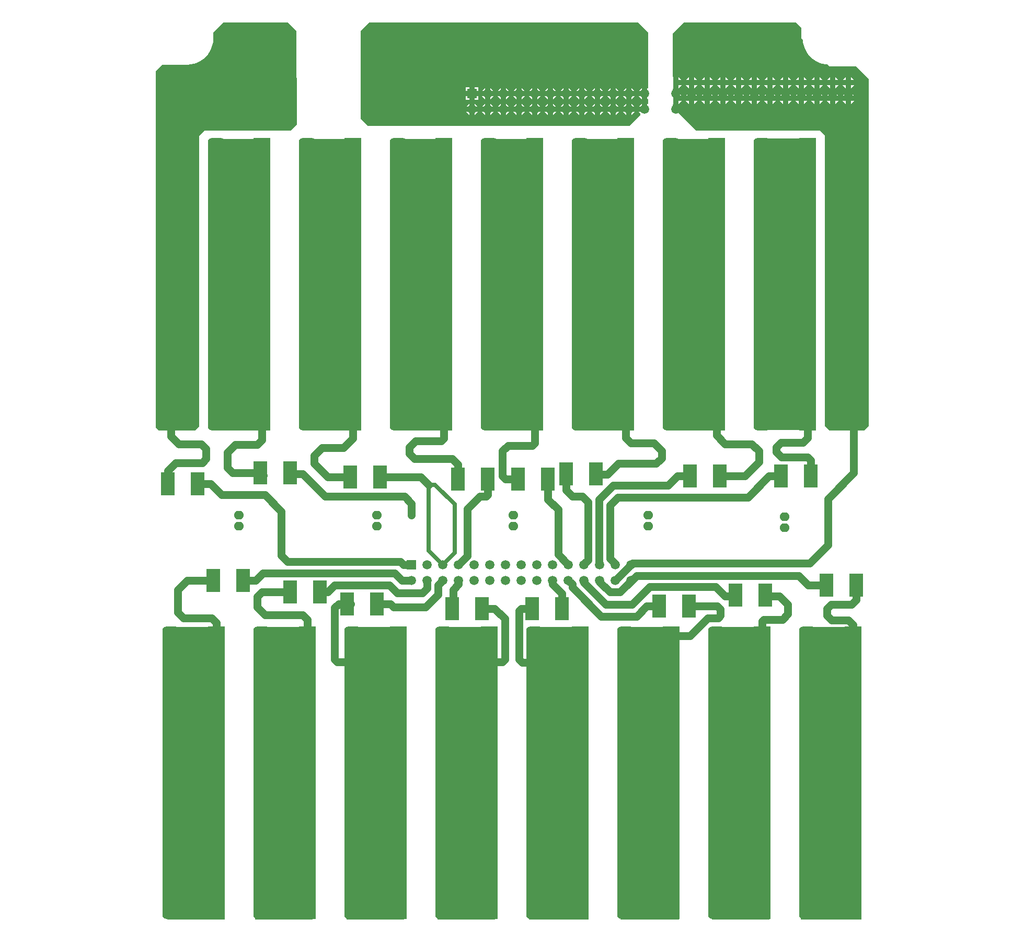
<source format=gtl>
%FSLAX25Y25*%
%MOIN*%
G70*
G01*
G75*
G04 Layer_Physical_Order=1*
G04 Layer_Color=255*
%ADD10R,0.09000X0.15000*%
%ADD11C,0.05000*%
%ADD12C,0.02500*%
%ADD13R,0.46000X0.47000*%
%ADD14R,0.35500X1.86000*%
%ADD15R,0.36000X1.86000*%
%ADD16R,0.37000X1.86000*%
%ADD17R,0.36500X1.86000*%
%ADD18R,0.39000X1.87000*%
%ADD19R,0.37000X1.87000*%
%ADD20R,0.37500X1.87000*%
%ADD21R,0.38000X1.87000*%
%ADD22R,0.15000X1.88000*%
%ADD23O,0.06300X0.05500*%
%ADD24C,0.40000*%
%ADD25R,0.05906X0.05906*%
%ADD26C,0.05906*%
%ADD27C,0.05906*%
%ADD28R,0.10780X1.86811*%
G04:AMPARAMS|DCode=29|XSize=1868.11mil|YSize=107.8mil|CornerRadius=26.95mil|HoleSize=0mil|Usage=FLASHONLY|Rotation=270.000|XOffset=0mil|YOffset=0mil|HoleType=Round|Shape=RoundedRectangle|*
%AMROUNDEDRECTD29*
21,1,1.86811,0.05390,0,0,270.0*
21,1,1.81421,0.10780,0,0,270.0*
1,1,0.05390,-0.02695,-0.90711*
1,1,0.05390,-0.02695,0.90711*
1,1,0.05390,0.02695,0.90711*
1,1,0.05390,0.02695,-0.90711*
%
%ADD29ROUNDEDRECTD29*%
%ADD30C,0.05000*%
G36*
X319000Y659000D02*
Y623629D01*
X318552Y623408D01*
X318493Y623453D01*
X318250Y623554D01*
Y620000D01*
Y616446D01*
X318493Y616547D01*
X318552Y616592D01*
X319000Y616371D01*
Y613629D01*
X318552Y613408D01*
X318493Y613453D01*
X318250Y613553D01*
Y610000D01*
X316500D01*
Y608250D01*
X312947D01*
X313047Y608007D01*
X313681Y607181D01*
X313946Y606978D01*
X313979Y606479D01*
X307000Y599500D01*
X140000D01*
X135500Y604000D01*
Y660000D01*
X141000Y665500D01*
X312500D01*
X319000Y659000D01*
D02*
G37*
G36*
X416500Y662000D02*
Y655479D01*
X417534Y654423D01*
X417637Y652846D01*
X418058Y650729D01*
X418752Y648684D01*
X419707Y646748D01*
X420907Y644953D01*
X422330Y643330D01*
X423953Y641907D01*
X425748Y640707D01*
X427684Y639752D01*
X429729Y639058D01*
X431846Y638637D01*
X433063Y638558D01*
X434098Y637500D01*
X451500D01*
X459500Y629500D01*
Y408000D01*
X456500Y405000D01*
X455443D01*
X455222Y405448D01*
X455422Y405710D01*
X455795Y406608D01*
X455922Y407573D01*
Y496533D01*
X443078D01*
Y407573D01*
X443205Y406608D01*
X443578Y405710D01*
X443778Y405448D01*
X443557Y405000D01*
X434500D01*
X431500Y408000D01*
Y593500D01*
X428500Y596500D01*
X349500D01*
X334500Y611500D01*
Y613100D01*
X334750Y613267D01*
Y617000D01*
Y620733D01*
X334500Y620900D01*
Y623100D01*
X334750Y623267D01*
Y627000D01*
Y630733D01*
X334500Y630900D01*
Y658500D01*
X341500Y665500D01*
X413000D01*
X416500Y662000D01*
D02*
G37*
G36*
X94500Y660000D02*
X95000Y600500D01*
X91000Y596500D01*
X36000D01*
X32500Y593000D01*
Y407500D01*
X30000Y405000D01*
X7000D01*
X5000Y407000D01*
Y634500D01*
X9000Y638500D01*
X24941D01*
X25000Y638496D01*
X27154Y638637D01*
X29272Y639058D01*
X31316Y639752D01*
X33252Y640707D01*
X35047Y641907D01*
X36670Y643330D01*
X38093Y644953D01*
X39293Y646748D01*
X40248Y648684D01*
X40942Y650729D01*
X41363Y652846D01*
X41504Y655000D01*
X41500Y655059D01*
Y659000D01*
X48000Y665500D01*
X89000D01*
X94500Y660000D01*
D02*
G37*
%LPC*%
G36*
X414750Y615250D02*
X412947D01*
X413047Y615007D01*
X413681Y614181D01*
X414507Y613547D01*
X414750Y613447D01*
Y615250D01*
D02*
G37*
G36*
X420053D02*
X418250D01*
Y613447D01*
X418493Y613547D01*
X419319Y614181D01*
X419953Y615007D01*
X420053Y615250D01*
D02*
G37*
G36*
X410053D02*
X408250D01*
Y613447D01*
X408493Y613547D01*
X409319Y614181D01*
X409953Y615007D01*
X410053Y615250D01*
D02*
G37*
G36*
X400054D02*
X398250D01*
Y613447D01*
X398493Y613547D01*
X399319Y614181D01*
X399953Y615007D01*
X400054Y615250D01*
D02*
G37*
G36*
X404750D02*
X402947D01*
X403047Y615007D01*
X403681Y614181D01*
X404507Y613547D01*
X404750Y613447D01*
Y615250D01*
D02*
G37*
G36*
X424750D02*
X422947D01*
X423047Y615007D01*
X423681Y614181D01*
X424507Y613547D01*
X424750Y613447D01*
Y615250D01*
D02*
G37*
G36*
X444750D02*
X442946D01*
X443047Y615007D01*
X443681Y614181D01*
X444507Y613547D01*
X444750Y613447D01*
Y615250D01*
D02*
G37*
G36*
X450054D02*
X448250D01*
Y613447D01*
X448493Y613547D01*
X449319Y614181D01*
X449953Y615007D01*
X450054Y615250D01*
D02*
G37*
G36*
X440054D02*
X438250D01*
Y613447D01*
X438493Y613547D01*
X439319Y614181D01*
X439953Y615007D01*
X440054Y615250D01*
D02*
G37*
G36*
X430054D02*
X428250D01*
Y613447D01*
X428493Y613547D01*
X429319Y614181D01*
X429953Y615007D01*
X430054Y615250D01*
D02*
G37*
G36*
X434750D02*
X432946D01*
X433047Y615007D01*
X433681Y614181D01*
X434507Y613547D01*
X434750Y613447D01*
Y615250D01*
D02*
G37*
G36*
X394750D02*
X392947D01*
X393047Y615007D01*
X393681Y614181D01*
X394507Y613547D01*
X394750Y613447D01*
Y615250D01*
D02*
G37*
G36*
X354750D02*
X352946D01*
X353047Y615007D01*
X353681Y614181D01*
X354507Y613547D01*
X354750Y613447D01*
Y615250D01*
D02*
G37*
G36*
X360053D02*
X358250D01*
Y613447D01*
X358493Y613547D01*
X359319Y614181D01*
X359953Y615007D01*
X360053Y615250D01*
D02*
G37*
G36*
X350054D02*
X348250D01*
Y613447D01*
X348493Y613547D01*
X349319Y614181D01*
X349953Y615007D01*
X350054Y615250D01*
D02*
G37*
G36*
X340054D02*
X338250D01*
Y613447D01*
X338493Y613547D01*
X339319Y614181D01*
X339953Y615007D01*
X340054Y615250D01*
D02*
G37*
G36*
X344750D02*
X342947D01*
X343047Y615007D01*
X343681Y614181D01*
X344507Y613547D01*
X344750Y613447D01*
Y615250D01*
D02*
G37*
G36*
X364750D02*
X362947D01*
X363047Y615007D01*
X363681Y614181D01*
X364507Y613547D01*
X364750Y613447D01*
Y615250D01*
D02*
G37*
G36*
X384750D02*
X382946D01*
X383047Y615007D01*
X383681Y614181D01*
X384507Y613547D01*
X384750Y613447D01*
Y615250D01*
D02*
G37*
G36*
X390054D02*
X388250D01*
Y613447D01*
X388493Y613547D01*
X389319Y614181D01*
X389953Y615007D01*
X390054Y615250D01*
D02*
G37*
G36*
X380053D02*
X378250D01*
Y613447D01*
X378493Y613547D01*
X379319Y614181D01*
X379953Y615007D01*
X380053Y615250D01*
D02*
G37*
G36*
X370054D02*
X368250D01*
Y613447D01*
X368493Y613547D01*
X369319Y614181D01*
X369953Y615007D01*
X370054Y615250D01*
D02*
G37*
G36*
X374750D02*
X372947D01*
X373047Y615007D01*
X373681Y614181D01*
X374507Y613547D01*
X374750Y613447D01*
Y615250D01*
D02*
G37*
G36*
X270054Y618250D02*
X268250D01*
Y616446D01*
X268493Y616547D01*
X269319Y617181D01*
X269953Y618007D01*
X270054Y618250D01*
D02*
G37*
G36*
X274750D02*
X272947D01*
X273047Y618007D01*
X273681Y617181D01*
X274507Y616547D01*
X274750Y616446D01*
Y618250D01*
D02*
G37*
G36*
X280053D02*
X278250D01*
Y616446D01*
X278493Y616547D01*
X279319Y617181D01*
X279953Y618007D01*
X280053Y618250D01*
D02*
G37*
G36*
X254750D02*
X252946D01*
X253047Y618007D01*
X253681Y617181D01*
X254507Y616547D01*
X254750Y616446D01*
Y618250D01*
D02*
G37*
G36*
X260053D02*
X258250D01*
Y616446D01*
X258493Y616547D01*
X259319Y617181D01*
X259953Y618007D01*
X260053Y618250D01*
D02*
G37*
G36*
X264750D02*
X262947D01*
X263047Y618007D01*
X263681Y617181D01*
X264507Y616547D01*
X264750Y616446D01*
Y618250D01*
D02*
G37*
G36*
X300054D02*
X298250D01*
Y616446D01*
X298493Y616547D01*
X299319Y617181D01*
X299953Y618007D01*
X300054Y618250D01*
D02*
G37*
G36*
X304750D02*
X302946D01*
X303047Y618007D01*
X303681Y617181D01*
X304507Y616547D01*
X304750Y616446D01*
Y618250D01*
D02*
G37*
G36*
X310053D02*
X308250D01*
Y616446D01*
X308493Y616547D01*
X309319Y617181D01*
X309953Y618007D01*
X310053Y618250D01*
D02*
G37*
G36*
X284750D02*
X282946D01*
X283047Y618007D01*
X283681Y617181D01*
X284507Y616547D01*
X284750Y616446D01*
Y618250D01*
D02*
G37*
G36*
X290054D02*
X288250D01*
Y616446D01*
X288493Y616547D01*
X289319Y617181D01*
X289953Y618007D01*
X290054Y618250D01*
D02*
G37*
G36*
X294750D02*
X292947D01*
X293047Y618007D01*
X293681Y617181D01*
X294507Y616547D01*
X294750Y616446D01*
Y618250D01*
D02*
G37*
G36*
X210453D02*
X208250D01*
Y616047D01*
X210453D01*
Y618250D01*
D02*
G37*
G36*
X214750D02*
X212947D01*
X213047Y618007D01*
X213681Y617181D01*
X214507Y616547D01*
X214750Y616446D01*
Y618250D01*
D02*
G37*
G36*
X220054D02*
X218250D01*
Y616446D01*
X218493Y616547D01*
X219319Y617181D01*
X219953Y618007D01*
X220054Y618250D01*
D02*
G37*
G36*
X168250Y634750D02*
X149070D01*
X149135Y633753D01*
X149672Y631053D01*
X150557Y628446D01*
X151774Y625978D01*
X153304Y623689D01*
X155119Y621619D01*
X157189Y619804D01*
X159477Y618274D01*
X161946Y617057D01*
X164553Y616172D01*
X167253Y615635D01*
X168250Y615570D01*
Y634750D01*
D02*
G37*
G36*
X190930D02*
X171750D01*
Y615570D01*
X172747Y615635D01*
X175447Y616172D01*
X178054Y617057D01*
X180523Y618274D01*
X182811Y619804D01*
X184881Y621619D01*
X186696Y623689D01*
X188226Y625978D01*
X189443Y628446D01*
X190328Y631053D01*
X190865Y633753D01*
X190930Y634750D01*
D02*
G37*
G36*
X204750Y618250D02*
X202547D01*
Y616047D01*
X204750D01*
Y618250D01*
D02*
G37*
G36*
X240054D02*
X238250D01*
Y616446D01*
X238493Y616547D01*
X239319Y617181D01*
X239953Y618007D01*
X240054Y618250D01*
D02*
G37*
G36*
X244750D02*
X242947D01*
X243047Y618007D01*
X243681Y617181D01*
X244507Y616547D01*
X244750Y616446D01*
Y618250D01*
D02*
G37*
G36*
X250054D02*
X248250D01*
Y616446D01*
X248493Y616547D01*
X249319Y617181D01*
X249953Y618007D01*
X250054Y618250D01*
D02*
G37*
G36*
X224750D02*
X222947D01*
X223047Y618007D01*
X223681Y617181D01*
X224507Y616547D01*
X224750Y616446D01*
Y618250D01*
D02*
G37*
G36*
X230053D02*
X228250D01*
Y616446D01*
X228493Y616547D01*
X229319Y617181D01*
X229953Y618007D01*
X230053Y618250D01*
D02*
G37*
G36*
X234750D02*
X232946D01*
X233047Y618007D01*
X233681Y617181D01*
X234507Y616547D01*
X234750Y616446D01*
Y618250D01*
D02*
G37*
G36*
X270054Y608250D02*
X268250D01*
Y606447D01*
X268493Y606547D01*
X269319Y607181D01*
X269953Y608007D01*
X270054Y608250D01*
D02*
G37*
G36*
X274750D02*
X272947D01*
X273047Y608007D01*
X273681Y607181D01*
X274507Y606547D01*
X274750Y606447D01*
Y608250D01*
D02*
G37*
G36*
X264750D02*
X262947D01*
X263047Y608007D01*
X263681Y607181D01*
X264507Y606547D01*
X264750Y606447D01*
Y608250D01*
D02*
G37*
G36*
X254750D02*
X252946D01*
X253047Y608007D01*
X253681Y607181D01*
X254507Y606547D01*
X254750Y606447D01*
Y608250D01*
D02*
G37*
G36*
X260053D02*
X258250D01*
Y606447D01*
X258493Y606547D01*
X259319Y607181D01*
X259953Y608007D01*
X260053Y608250D01*
D02*
G37*
G36*
X280053D02*
X278250D01*
Y606447D01*
X278493Y606547D01*
X279319Y607181D01*
X279953Y608007D01*
X280053Y608250D01*
D02*
G37*
G36*
X300054D02*
X298250D01*
Y606447D01*
X298493Y606547D01*
X299319Y607181D01*
X299953Y608007D01*
X300054Y608250D01*
D02*
G37*
G36*
X304750D02*
X302946D01*
X303047Y608007D01*
X303681Y607181D01*
X304507Y606547D01*
X304750Y606447D01*
Y608250D01*
D02*
G37*
G36*
X294750D02*
X292947D01*
X293047Y608007D01*
X293681Y607181D01*
X294507Y606547D01*
X294750Y606447D01*
Y608250D01*
D02*
G37*
G36*
X284750D02*
X282946D01*
X283047Y608007D01*
X283681Y607181D01*
X284507Y606547D01*
X284750Y606447D01*
Y608250D01*
D02*
G37*
G36*
X290054D02*
X288250D01*
Y606447D01*
X288493Y606547D01*
X289319Y607181D01*
X289953Y608007D01*
X290054Y608250D01*
D02*
G37*
G36*
X250054D02*
X248250D01*
Y606447D01*
X248493Y606547D01*
X249319Y607181D01*
X249953Y608007D01*
X250054Y608250D01*
D02*
G37*
G36*
X210053D02*
X208250D01*
Y606447D01*
X208493Y606547D01*
X209319Y607181D01*
X209953Y608007D01*
X210053Y608250D01*
D02*
G37*
G36*
X214750D02*
X212947D01*
X213047Y608007D01*
X213681Y607181D01*
X214507Y606547D01*
X214750Y606447D01*
Y608250D01*
D02*
G37*
G36*
X204750D02*
X202946D01*
X203047Y608007D01*
X203681Y607181D01*
X204507Y606547D01*
X204750Y606447D01*
Y608250D01*
D02*
G37*
G36*
X447750Y592721D02*
X446805D01*
X445841Y592594D01*
X444942Y592222D01*
X444170Y591629D01*
X443578Y590858D01*
X443205Y589959D01*
X443078Y588994D01*
Y500034D01*
X447750D01*
Y592721D01*
D02*
G37*
G36*
X452195D02*
X451250D01*
Y500034D01*
X455922D01*
Y588994D01*
X455795Y589959D01*
X455422Y590858D01*
X454830Y591629D01*
X454058Y592222D01*
X453159Y592594D01*
X452195Y592721D01*
D02*
G37*
G36*
X220054Y608250D02*
X218250D01*
Y606447D01*
X218493Y606547D01*
X219319Y607181D01*
X219953Y608007D01*
X220054Y608250D01*
D02*
G37*
G36*
X240054D02*
X238250D01*
Y606447D01*
X238493Y606547D01*
X239319Y607181D01*
X239953Y608007D01*
X240054Y608250D01*
D02*
G37*
G36*
X244750D02*
X242947D01*
X243047Y608007D01*
X243681Y607181D01*
X244507Y606547D01*
X244750Y606447D01*
Y608250D01*
D02*
G37*
G36*
X234750D02*
X232946D01*
X233047Y608007D01*
X233681Y607181D01*
X234507Y606547D01*
X234750Y606447D01*
Y608250D01*
D02*
G37*
G36*
X224750D02*
X222947D01*
X223047Y608007D01*
X223681Y607181D01*
X224507Y606547D01*
X224750Y606447D01*
Y608250D01*
D02*
G37*
G36*
X230053D02*
X228250D01*
Y606447D01*
X228493Y606547D01*
X229319Y607181D01*
X229953Y608007D01*
X230053Y608250D01*
D02*
G37*
G36*
X310053D02*
X308250D01*
Y606447D01*
X308493Y606547D01*
X309319Y607181D01*
X309953Y608007D01*
X310053Y608250D01*
D02*
G37*
G36*
X278250Y613553D02*
Y611750D01*
X280053D01*
X279953Y611993D01*
X279319Y612819D01*
X278493Y613453D01*
X278250Y613553D01*
D02*
G37*
G36*
X284750D02*
X284507Y613453D01*
X283681Y612819D01*
X283047Y611993D01*
X282946Y611750D01*
X284750D01*
Y613553D01*
D02*
G37*
G36*
X274750D02*
X274507Y613453D01*
X273681Y612819D01*
X273047Y611993D01*
X272947Y611750D01*
X274750D01*
Y613553D01*
D02*
G37*
G36*
X264750D02*
X264507Y613453D01*
X263681Y612819D01*
X263047Y611993D01*
X262947Y611750D01*
X264750D01*
Y613553D01*
D02*
G37*
G36*
X268250D02*
Y611750D01*
X270054D01*
X269953Y611993D01*
X269319Y612819D01*
X268493Y613453D01*
X268250Y613553D01*
D02*
G37*
G36*
X288250D02*
Y611750D01*
X290054D01*
X289953Y611993D01*
X289319Y612819D01*
X288493Y613453D01*
X288250Y613553D01*
D02*
G37*
G36*
X308250D02*
Y611750D01*
X310053D01*
X309953Y611993D01*
X309319Y612819D01*
X308493Y613453D01*
X308250Y613553D01*
D02*
G37*
G36*
X314750D02*
X314507Y613453D01*
X313681Y612819D01*
X313047Y611993D01*
X312947Y611750D01*
X314750D01*
Y613553D01*
D02*
G37*
G36*
X304750D02*
X304507Y613453D01*
X303681Y612819D01*
X303047Y611993D01*
X302946Y611750D01*
X304750D01*
Y613553D01*
D02*
G37*
G36*
X294750D02*
X294507Y613453D01*
X293681Y612819D01*
X293047Y611993D01*
X292947Y611750D01*
X294750D01*
Y613553D01*
D02*
G37*
G36*
X298250D02*
Y611750D01*
X300054D01*
X299953Y611993D01*
X299319Y612819D01*
X298493Y613453D01*
X298250Y613553D01*
D02*
G37*
G36*
X258250D02*
Y611750D01*
X260053D01*
X259953Y611993D01*
X259319Y612819D01*
X258493Y613453D01*
X258250Y613553D01*
D02*
G37*
G36*
X218250D02*
Y611750D01*
X220054D01*
X219953Y611993D01*
X219319Y612819D01*
X218493Y613453D01*
X218250Y613553D01*
D02*
G37*
G36*
X224750D02*
X224507Y613453D01*
X223681Y612819D01*
X223047Y611993D01*
X222947Y611750D01*
X224750D01*
Y613553D01*
D02*
G37*
G36*
X214750D02*
X214507Y613453D01*
X213681Y612819D01*
X213047Y611993D01*
X212947Y611750D01*
X214750D01*
Y613553D01*
D02*
G37*
G36*
X204750D02*
X204507Y613453D01*
X203681Y612819D01*
X203047Y611993D01*
X202946Y611750D01*
X204750D01*
Y613553D01*
D02*
G37*
G36*
X208250D02*
Y611750D01*
X210053D01*
X209953Y611993D01*
X209319Y612819D01*
X208493Y613453D01*
X208250Y613553D01*
D02*
G37*
G36*
X228250D02*
Y611750D01*
X230053D01*
X229953Y611993D01*
X229319Y612819D01*
X228493Y613453D01*
X228250Y613553D01*
D02*
G37*
G36*
X248250D02*
Y611750D01*
X250054D01*
X249953Y611993D01*
X249319Y612819D01*
X248493Y613453D01*
X248250Y613553D01*
D02*
G37*
G36*
X254750D02*
X254507Y613453D01*
X253681Y612819D01*
X253047Y611993D01*
X252946Y611750D01*
X254750D01*
Y613553D01*
D02*
G37*
G36*
X244750D02*
X244507Y613453D01*
X243681Y612819D01*
X243047Y611993D01*
X242947Y611750D01*
X244750D01*
Y613553D01*
D02*
G37*
G36*
X234750D02*
X234507Y613453D01*
X233681Y612819D01*
X233047Y611993D01*
X232946Y611750D01*
X234750D01*
Y613553D01*
D02*
G37*
G36*
X238250D02*
Y611750D01*
X240054D01*
X239953Y611993D01*
X239319Y612819D01*
X238493Y613453D01*
X238250Y613553D01*
D02*
G37*
G36*
X420053Y625250D02*
X418250D01*
Y623447D01*
X418493Y623547D01*
X419319Y624181D01*
X419953Y625007D01*
X420053Y625250D01*
D02*
G37*
G36*
X424750D02*
X422947D01*
X423047Y625007D01*
X423681Y624181D01*
X424507Y623547D01*
X424750Y623447D01*
Y625250D01*
D02*
G37*
G36*
X414750D02*
X412947D01*
X413047Y625007D01*
X413681Y624181D01*
X414507Y623547D01*
X414750Y623447D01*
Y625250D01*
D02*
G37*
G36*
X404750D02*
X402947D01*
X403047Y625007D01*
X403681Y624181D01*
X404507Y623547D01*
X404750Y623447D01*
Y625250D01*
D02*
G37*
G36*
X410053D02*
X408250D01*
Y623447D01*
X408493Y623547D01*
X409319Y624181D01*
X409953Y625007D01*
X410053Y625250D01*
D02*
G37*
G36*
X430054D02*
X428250D01*
Y623447D01*
X428493Y623547D01*
X429319Y624181D01*
X429953Y625007D01*
X430054Y625250D01*
D02*
G37*
G36*
X450054D02*
X448250D01*
Y623447D01*
X448493Y623547D01*
X449319Y624181D01*
X449953Y625007D01*
X450054Y625250D01*
D02*
G37*
G36*
X338250Y630553D02*
Y628750D01*
X340054D01*
X339953Y628993D01*
X339319Y629819D01*
X338493Y630453D01*
X338250Y630553D01*
D02*
G37*
G36*
X444750Y625250D02*
X442946D01*
X443047Y625007D01*
X443681Y624181D01*
X444507Y623547D01*
X444750Y623447D01*
Y625250D01*
D02*
G37*
G36*
X434750D02*
X432946D01*
X433047Y625007D01*
X433681Y624181D01*
X434507Y623547D01*
X434750Y623447D01*
Y625250D01*
D02*
G37*
G36*
X440054D02*
X438250D01*
Y623447D01*
X438493Y623547D01*
X439319Y624181D01*
X439953Y625007D01*
X440054Y625250D01*
D02*
G37*
G36*
X400054D02*
X398250D01*
Y623447D01*
X398493Y623547D01*
X399319Y624181D01*
X399953Y625007D01*
X400054Y625250D01*
D02*
G37*
G36*
X360053D02*
X358250D01*
Y623447D01*
X358493Y623547D01*
X359319Y624181D01*
X359953Y625007D01*
X360053Y625250D01*
D02*
G37*
G36*
X364750D02*
X362947D01*
X363047Y625007D01*
X363681Y624181D01*
X364507Y623547D01*
X364750Y623447D01*
Y625250D01*
D02*
G37*
G36*
X354750D02*
X352946D01*
X353047Y625007D01*
X353681Y624181D01*
X354507Y623547D01*
X354750Y623447D01*
Y625250D01*
D02*
G37*
G36*
X344750D02*
X342947D01*
X343047Y625007D01*
X343681Y624181D01*
X344507Y623547D01*
X344750Y623447D01*
Y625250D01*
D02*
G37*
G36*
X350054D02*
X348250D01*
Y623447D01*
X348493Y623547D01*
X349319Y624181D01*
X349953Y625007D01*
X350054Y625250D01*
D02*
G37*
G36*
X370054D02*
X368250D01*
Y623447D01*
X368493Y623547D01*
X369319Y624181D01*
X369953Y625007D01*
X370054Y625250D01*
D02*
G37*
G36*
X390054D02*
X388250D01*
Y623447D01*
X388493Y623547D01*
X389319Y624181D01*
X389953Y625007D01*
X390054Y625250D01*
D02*
G37*
G36*
X394750D02*
X392947D01*
X393047Y625007D01*
X393681Y624181D01*
X394507Y623547D01*
X394750Y623447D01*
Y625250D01*
D02*
G37*
G36*
X384750D02*
X382946D01*
X383047Y625007D01*
X383681Y624181D01*
X384507Y623547D01*
X384750Y623447D01*
Y625250D01*
D02*
G37*
G36*
X374750D02*
X372947D01*
X373047Y625007D01*
X373681Y624181D01*
X374507Y623547D01*
X374750Y623447D01*
Y625250D01*
D02*
G37*
G36*
X380053D02*
X378250D01*
Y623447D01*
X378493Y623547D01*
X379319Y624181D01*
X379953Y625007D01*
X380053Y625250D01*
D02*
G37*
G36*
X344750Y630553D02*
X344507Y630453D01*
X343681Y629819D01*
X343047Y628993D01*
X342947Y628750D01*
X344750D01*
Y630553D01*
D02*
G37*
G36*
X424750D02*
X424507Y630453D01*
X423681Y629819D01*
X423047Y628993D01*
X422947Y628750D01*
X424750D01*
Y630553D01*
D02*
G37*
G36*
X428250D02*
Y628750D01*
X430054D01*
X429953Y628993D01*
X429319Y629819D01*
X428493Y630453D01*
X428250Y630553D01*
D02*
G37*
G36*
X418250D02*
Y628750D01*
X420053D01*
X419953Y628993D01*
X419319Y629819D01*
X418493Y630453D01*
X418250Y630553D01*
D02*
G37*
G36*
X408250D02*
Y628750D01*
X410053D01*
X409953Y628993D01*
X409319Y629819D01*
X408493Y630453D01*
X408250Y630553D01*
D02*
G37*
G36*
X414750D02*
X414507Y630453D01*
X413681Y629819D01*
X413047Y628993D01*
X412947Y628750D01*
X414750D01*
Y630553D01*
D02*
G37*
G36*
X434750D02*
X434507Y630453D01*
X433681Y629819D01*
X433047Y628993D01*
X432946Y628750D01*
X434750D01*
Y630553D01*
D02*
G37*
G36*
X168250Y657430D02*
X167253Y657365D01*
X164553Y656828D01*
X161946Y655943D01*
X159477Y654726D01*
X157189Y653196D01*
X155119Y651381D01*
X153304Y649311D01*
X151774Y647022D01*
X150557Y644554D01*
X149672Y641947D01*
X149135Y639247D01*
X149070Y638250D01*
X168250D01*
Y657430D01*
D02*
G37*
G36*
X171750D02*
Y638250D01*
X190930D01*
X190865Y639247D01*
X190328Y641947D01*
X189443Y644554D01*
X188226Y647022D01*
X186696Y649311D01*
X184881Y651381D01*
X182811Y653196D01*
X180523Y654726D01*
X178054Y655943D01*
X175447Y656828D01*
X172747Y657365D01*
X171750Y657430D01*
D02*
G37*
G36*
X448250Y630553D02*
Y628750D01*
X450054D01*
X449953Y628993D01*
X449319Y629819D01*
X448493Y630453D01*
X448250Y630553D01*
D02*
G37*
G36*
X438250D02*
Y628750D01*
X440054D01*
X439953Y628993D01*
X439319Y629819D01*
X438493Y630453D01*
X438250Y630553D01*
D02*
G37*
G36*
X444750D02*
X444507Y630453D01*
X443681Y629819D01*
X443047Y628993D01*
X442946Y628750D01*
X444750D01*
Y630553D01*
D02*
G37*
G36*
X404750D02*
X404507Y630453D01*
X403681Y629819D01*
X403047Y628993D01*
X402947Y628750D01*
X404750D01*
Y630553D01*
D02*
G37*
G36*
X364750D02*
X364507Y630453D01*
X363681Y629819D01*
X363047Y628993D01*
X362947Y628750D01*
X364750D01*
Y630553D01*
D02*
G37*
G36*
X368250D02*
Y628750D01*
X370054D01*
X369953Y628993D01*
X369319Y629819D01*
X368493Y630453D01*
X368250Y630553D01*
D02*
G37*
G36*
X358250D02*
Y628750D01*
X360053D01*
X359953Y628993D01*
X359319Y629819D01*
X358493Y630453D01*
X358250Y630553D01*
D02*
G37*
G36*
X348250D02*
Y628750D01*
X350054D01*
X349953Y628993D01*
X349319Y629819D01*
X348493Y630453D01*
X348250Y630553D01*
D02*
G37*
G36*
X354750D02*
X354507Y630453D01*
X353681Y629819D01*
X353047Y628993D01*
X352946Y628750D01*
X354750D01*
Y630553D01*
D02*
G37*
G36*
X374750D02*
X374507Y630453D01*
X373681Y629819D01*
X373047Y628993D01*
X372947Y628750D01*
X374750D01*
Y630553D01*
D02*
G37*
G36*
X394750D02*
X394507Y630453D01*
X393681Y629819D01*
X393047Y628993D01*
X392947Y628750D01*
X394750D01*
Y630553D01*
D02*
G37*
G36*
X398250D02*
Y628750D01*
X400054D01*
X399953Y628993D01*
X399319Y629819D01*
X398493Y630453D01*
X398250Y630553D01*
D02*
G37*
G36*
X388250D02*
Y628750D01*
X390054D01*
X389953Y628993D01*
X389319Y629819D01*
X388493Y630453D01*
X388250Y630553D01*
D02*
G37*
G36*
X378250D02*
Y628750D01*
X380053D01*
X379953Y628993D01*
X379319Y629819D01*
X378493Y630453D01*
X378250Y630553D01*
D02*
G37*
G36*
X384750D02*
X384507Y630453D01*
X383681Y629819D01*
X383047Y628993D01*
X382946Y628750D01*
X384750D01*
Y630553D01*
D02*
G37*
G36*
X340054Y625250D02*
X338250D01*
Y623447D01*
X338493Y623547D01*
X339319Y624181D01*
X339953Y625007D01*
X340054Y625250D01*
D02*
G37*
G36*
X408250Y620553D02*
Y618750D01*
X410053D01*
X409953Y618993D01*
X409319Y619819D01*
X408493Y620453D01*
X408250Y620553D01*
D02*
G37*
G36*
X414750D02*
X414507Y620453D01*
X413681Y619819D01*
X413047Y618993D01*
X412947Y618750D01*
X414750D01*
Y620553D01*
D02*
G37*
G36*
X404750D02*
X404507Y620453D01*
X403681Y619819D01*
X403047Y618993D01*
X402947Y618750D01*
X404750D01*
Y620553D01*
D02*
G37*
G36*
X394750D02*
X394507Y620453D01*
X393681Y619819D01*
X393047Y618993D01*
X392947Y618750D01*
X394750D01*
Y620553D01*
D02*
G37*
G36*
X398250D02*
Y618750D01*
X400054D01*
X399953Y618993D01*
X399319Y619819D01*
X398493Y620453D01*
X398250Y620553D01*
D02*
G37*
G36*
X418250D02*
Y618750D01*
X420053D01*
X419953Y618993D01*
X419319Y619819D01*
X418493Y620453D01*
X418250Y620553D01*
D02*
G37*
G36*
X438250D02*
Y618750D01*
X440054D01*
X439953Y618993D01*
X439319Y619819D01*
X438493Y620453D01*
X438250Y620553D01*
D02*
G37*
G36*
X444750D02*
X444507Y620453D01*
X443681Y619819D01*
X443047Y618993D01*
X442946Y618750D01*
X444750D01*
Y620553D01*
D02*
G37*
G36*
X434750D02*
X434507Y620453D01*
X433681Y619819D01*
X433047Y618993D01*
X432946Y618750D01*
X434750D01*
Y620553D01*
D02*
G37*
G36*
X424750D02*
X424507Y620453D01*
X423681Y619819D01*
X423047Y618993D01*
X422947Y618750D01*
X424750D01*
Y620553D01*
D02*
G37*
G36*
X428250D02*
Y618750D01*
X430054D01*
X429953Y618993D01*
X429319Y619819D01*
X428493Y620453D01*
X428250Y620553D01*
D02*
G37*
G36*
X388250D02*
Y618750D01*
X390054D01*
X389953Y618993D01*
X389319Y619819D01*
X388493Y620453D01*
X388250Y620553D01*
D02*
G37*
G36*
X348250D02*
Y618750D01*
X350054D01*
X349953Y618993D01*
X349319Y619819D01*
X348493Y620453D01*
X348250Y620553D01*
D02*
G37*
G36*
X354750D02*
X354507Y620453D01*
X353681Y619819D01*
X353047Y618993D01*
X352946Y618750D01*
X354750D01*
Y620553D01*
D02*
G37*
G36*
X344750D02*
X344507Y620453D01*
X343681Y619819D01*
X343047Y618993D01*
X342947Y618750D01*
X344750D01*
Y620553D01*
D02*
G37*
G36*
X314750Y618250D02*
X312947D01*
X313047Y618007D01*
X313681Y617181D01*
X314507Y616547D01*
X314750Y616446D01*
Y618250D01*
D02*
G37*
G36*
X338250Y620553D02*
Y618750D01*
X340054D01*
X339953Y618993D01*
X339319Y619819D01*
X338493Y620453D01*
X338250Y620553D01*
D02*
G37*
G36*
X358250D02*
Y618750D01*
X360053D01*
X359953Y618993D01*
X359319Y619819D01*
X358493Y620453D01*
X358250Y620553D01*
D02*
G37*
G36*
X378250D02*
Y618750D01*
X380053D01*
X379953Y618993D01*
X379319Y619819D01*
X378493Y620453D01*
X378250Y620553D01*
D02*
G37*
G36*
X384750D02*
X384507Y620453D01*
X383681Y619819D01*
X383047Y618993D01*
X382946Y618750D01*
X384750D01*
Y620553D01*
D02*
G37*
G36*
X374750D02*
X374507Y620453D01*
X373681Y619819D01*
X373047Y618993D01*
X372947Y618750D01*
X374750D01*
Y620553D01*
D02*
G37*
G36*
X364750D02*
X364507Y620453D01*
X363681Y619819D01*
X363047Y618993D01*
X362947Y618750D01*
X364750D01*
Y620553D01*
D02*
G37*
G36*
X368250D02*
Y618750D01*
X370054D01*
X369953Y618993D01*
X369319Y619819D01*
X368493Y620453D01*
X368250Y620553D01*
D02*
G37*
G36*
X448250D02*
Y618750D01*
X450054D01*
X449953Y618993D01*
X449319Y619819D01*
X448493Y620453D01*
X448250Y620553D01*
D02*
G37*
G36*
X278250Y623554D02*
Y621750D01*
X280053D01*
X279953Y621993D01*
X279319Y622819D01*
X278493Y623453D01*
X278250Y623554D01*
D02*
G37*
G36*
X284750D02*
X284507Y623453D01*
X283681Y622819D01*
X283047Y621993D01*
X282946Y621750D01*
X284750D01*
Y623554D01*
D02*
G37*
G36*
X274750D02*
X274507Y623453D01*
X273681Y622819D01*
X273047Y621993D01*
X272947Y621750D01*
X274750D01*
Y623554D01*
D02*
G37*
G36*
X264750D02*
X264507Y623453D01*
X263681Y622819D01*
X263047Y621993D01*
X262947Y621750D01*
X264750D01*
Y623554D01*
D02*
G37*
G36*
X268250D02*
Y621750D01*
X270054D01*
X269953Y621993D01*
X269319Y622819D01*
X268493Y623453D01*
X268250Y623554D01*
D02*
G37*
G36*
X288250D02*
Y621750D01*
X290054D01*
X289953Y621993D01*
X289319Y622819D01*
X288493Y623453D01*
X288250Y623554D01*
D02*
G37*
G36*
X308250D02*
Y621750D01*
X310053D01*
X309953Y621993D01*
X309319Y622819D01*
X308493Y623453D01*
X308250Y623554D01*
D02*
G37*
G36*
X314750D02*
X314507Y623453D01*
X313681Y622819D01*
X313047Y621993D01*
X312947Y621750D01*
X314750D01*
Y623554D01*
D02*
G37*
G36*
X304750D02*
X304507Y623453D01*
X303681Y622819D01*
X303047Y621993D01*
X302946Y621750D01*
X304750D01*
Y623554D01*
D02*
G37*
G36*
X294750D02*
X294507Y623453D01*
X293681Y622819D01*
X293047Y621993D01*
X292947Y621750D01*
X294750D01*
Y623554D01*
D02*
G37*
G36*
X298250D02*
Y621750D01*
X300054D01*
X299953Y621993D01*
X299319Y622819D01*
X298493Y623453D01*
X298250Y623554D01*
D02*
G37*
G36*
X258250D02*
Y621750D01*
X260053D01*
X259953Y621993D01*
X259319Y622819D01*
X258493Y623453D01*
X258250Y623554D01*
D02*
G37*
G36*
X218250D02*
Y621750D01*
X220054D01*
X219953Y621993D01*
X219319Y622819D01*
X218493Y623453D01*
X218250Y623554D01*
D02*
G37*
G36*
X224750D02*
X224507Y623453D01*
X223681Y622819D01*
X223047Y621993D01*
X222947Y621750D01*
X224750D01*
Y623554D01*
D02*
G37*
G36*
X214750D02*
X214507Y623453D01*
X213681Y622819D01*
X213047Y621993D01*
X212947Y621750D01*
X214750D01*
Y623554D01*
D02*
G37*
G36*
X204750Y623953D02*
X202547D01*
Y621750D01*
X204750D01*
Y623953D01*
D02*
G37*
G36*
X210453D02*
X208250D01*
Y621750D01*
X210453D01*
Y623953D01*
D02*
G37*
G36*
X228250Y623554D02*
Y621750D01*
X230053D01*
X229953Y621993D01*
X229319Y622819D01*
X228493Y623453D01*
X228250Y623554D01*
D02*
G37*
G36*
X248250D02*
Y621750D01*
X250054D01*
X249953Y621993D01*
X249319Y622819D01*
X248493Y623453D01*
X248250Y623554D01*
D02*
G37*
G36*
X254750D02*
X254507Y623453D01*
X253681Y622819D01*
X253047Y621993D01*
X252946Y621750D01*
X254750D01*
Y623554D01*
D02*
G37*
G36*
X244750D02*
X244507Y623453D01*
X243681Y622819D01*
X243047Y621993D01*
X242947Y621750D01*
X244750D01*
Y623554D01*
D02*
G37*
G36*
X234750D02*
X234507Y623453D01*
X233681Y622819D01*
X233047Y621993D01*
X232946Y621750D01*
X234750D01*
Y623554D01*
D02*
G37*
G36*
X238250D02*
Y621750D01*
X240054D01*
X239953Y621993D01*
X239319Y622819D01*
X238493Y623453D01*
X238250Y623554D01*
D02*
G37*
%LPD*%
D10*
X12500Y371000D02*
D03*
X31500D02*
D03*
X41500Y309500D02*
D03*
X60500D02*
D03*
X71500Y378000D02*
D03*
X90500D02*
D03*
Y302000D02*
D03*
X109500D02*
D03*
X129000Y375500D02*
D03*
X148000D02*
D03*
X127000Y294500D02*
D03*
X146000D02*
D03*
X197500Y374000D02*
D03*
X216500D02*
D03*
X213000Y291500D02*
D03*
X194000D02*
D03*
X255000Y374000D02*
D03*
X236000D02*
D03*
X264000Y291500D02*
D03*
X245000D02*
D03*
X266500Y377500D02*
D03*
X285500D02*
D03*
X326000Y293000D02*
D03*
X345000D02*
D03*
X345500Y376000D02*
D03*
X364500D02*
D03*
X374500Y300000D02*
D03*
X393500D02*
D03*
X403500Y376000D02*
D03*
X422500D02*
D03*
X432500Y306500D02*
D03*
X451500D02*
D03*
D11*
X288000Y308500D02*
Y309500D01*
Y308500D02*
X294500Y302000D01*
X287400Y320100D02*
X288000Y319500D01*
X287400Y360900D02*
X296500Y370000D01*
X287400Y320100D02*
Y360900D01*
X309000Y320500D02*
X422000D01*
X298000Y309500D02*
X309000Y320500D01*
X215500Y363000D02*
X216500Y364000D01*
X211500Y363000D02*
X215500D01*
X203480Y354980D02*
X211500Y363000D01*
X203480Y324980D02*
Y354980D01*
X448500Y294000D02*
X451500Y297000D01*
X435500Y294000D02*
X448500D01*
X433000Y291500D02*
X435500Y294000D01*
X363500Y285500D02*
X365000Y287000D01*
Y291000D01*
X363000Y293000D02*
X365000Y291000D01*
X345000Y293000D02*
X363000D01*
X382500Y362500D02*
X396000Y376000D01*
X299500Y362500D02*
X382500D01*
X294500Y357500D02*
X299500Y362500D01*
X331500Y370000D02*
X337500Y376000D01*
X296500Y370000D02*
X331500D01*
X221000Y291500D02*
X227500Y285000D01*
X213000Y291500D02*
X221000D01*
X193520Y293500D02*
X194500Y294480D01*
Y303500D01*
X198000Y307000D01*
X258000D02*
X264000Y301000D01*
Y294520D02*
Y301000D01*
X262980Y293500D02*
X264000Y294520D01*
X238500Y257000D02*
X246500D01*
X236500Y259000D02*
Y290000D01*
X238000Y291500D01*
X245000D01*
X289000Y286500D02*
X311500D01*
X270500Y305000D02*
X289000Y286500D01*
X270500Y305000D02*
Y307000D01*
X292000Y294000D02*
X308500D01*
X278000Y308000D02*
X292000Y294000D01*
X278000Y308000D02*
Y309500D01*
X294500Y302000D02*
X301000D01*
X318000Y293000D02*
X326000D01*
X311500Y286500D02*
X318000Y293000D01*
X357000Y285500D02*
X363500D01*
X345500Y274000D02*
X357000Y285500D01*
X333500Y274000D02*
X345500D01*
X451500Y297000D02*
Y306500D01*
X119000D02*
X154000D01*
X114500Y302000D02*
X119000Y306500D01*
X110500Y302000D02*
X114500D01*
X73100Y314100D02*
X157100D01*
X68500Y309500D02*
X73100Y314100D01*
X62000Y309500D02*
X68500D01*
X12500Y379500D02*
X17500Y384500D01*
X12500Y371000D02*
Y379500D01*
X47000Y364000D02*
X74500D01*
X40000Y371000D02*
X47000Y364000D01*
X31500Y371000D02*
X40000D01*
X72020Y378000D02*
X73520Y376500D01*
X54000Y378000D02*
X72020D01*
X88480Y376500D02*
X89480Y377500D01*
X98500D01*
X113000Y363000D02*
X163500D01*
X98500Y377500D02*
X113000Y363000D01*
X216500Y364000D02*
Y374000D01*
X197500D02*
Y383500D01*
X194000Y387000D02*
X197500Y383500D01*
X170000Y387000D02*
X194000D01*
X226000Y392000D02*
X229500Y395500D01*
X226000Y376000D02*
Y392000D01*
Y376000D02*
X228000Y374000D01*
X277000Y363000D02*
X280500Y359500D01*
X270500Y363000D02*
X277000D01*
X266500Y367000D02*
X270500Y363000D01*
X266500Y367000D02*
Y377500D01*
X255000Y361000D02*
Y374000D01*
Y361000D02*
X261480Y354520D01*
X337500Y376000D02*
X345500D01*
X422500D02*
Y386000D01*
X420500Y388000D02*
X422500Y386000D01*
X404000Y388000D02*
X420500D01*
X396000Y376000D02*
X403500D01*
X421000Y306500D02*
X432500D01*
X278000Y319500D02*
Y320000D01*
X298000Y319500D02*
Y320000D01*
X261480Y326020D02*
X268000Y319500D01*
X261480Y326020D02*
Y354520D01*
X198000Y319500D02*
X203480Y324980D01*
X85000Y325500D02*
Y353500D01*
X74500Y364000D02*
X85000Y353500D01*
X433000Y287000D02*
X436000Y284000D01*
X433000Y287000D02*
Y291500D01*
X436000Y284000D02*
X446500D01*
X449480Y281020D01*
Y184520D02*
Y281020D01*
X159500Y500000D02*
X188500D01*
X380500Y376000D02*
X389500Y385000D01*
X400500Y391500D02*
X404000Y388000D01*
X17500Y384500D02*
X34500D01*
X37000Y387000D01*
Y393500D01*
X34000Y396500D02*
X37000Y393500D01*
X19500Y396500D02*
X34000D01*
X14500Y401500D02*
X19500Y396500D01*
X14500Y401500D02*
Y500000D01*
X50500Y381500D02*
X54000Y378000D01*
X50500Y381500D02*
Y391000D01*
X55500Y396000D01*
X69500D01*
X72500Y399000D01*
Y500000D01*
X25000Y309500D02*
X41500D01*
X19000Y289000D02*
Y303500D01*
X25000Y309500D01*
X311500Y312500D02*
X415000D01*
X421000Y306500D01*
X320000Y305500D02*
X362000D01*
X368000Y299500D01*
X374500D01*
X394500D02*
X402500D01*
X408000Y294000D01*
X228000Y374000D02*
X236000D01*
X422000Y320500D02*
X433500Y332000D01*
Y361500D01*
X450000Y378000D01*
Y499500D01*
X168000Y351000D02*
Y358500D01*
X333500Y274000D02*
X334000Y273500D01*
X333500Y184500D02*
Y274000D01*
Y277500D01*
X391500Y186467D02*
Y283500D01*
X392500Y284500D01*
X404500D01*
X408000Y288000D01*
Y294000D01*
X301000Y302000D02*
X311500Y312500D01*
X308500Y294000D02*
X320000Y305500D01*
X246500Y184500D02*
Y257000D01*
Y276500D01*
X236500Y259000D02*
X238500Y257000D01*
X217500Y257500D02*
X226000D01*
X227500Y259000D01*
Y285000D01*
X85000Y325500D02*
X89000Y321500D01*
X178000Y304500D02*
Y309500D01*
X175000Y301500D02*
X178000Y304500D01*
X19000Y289000D02*
X22500Y285500D01*
X106000Y384000D02*
Y389000D01*
X111000Y394000D01*
X124500D01*
X130500Y400000D01*
Y498283D01*
X166500Y390500D02*
X170000Y387000D01*
X166500Y390500D02*
Y394500D01*
X170500Y398500D01*
X187000D01*
X188500Y400000D01*
Y498283D01*
Y500000D01*
X229500Y395500D02*
X245000D01*
X246500Y397000D01*
Y498283D01*
X324000Y384000D02*
X327500Y387500D01*
Y392000D01*
X322500Y397000D02*
X327500Y392000D01*
X308000Y397000D02*
X322500D01*
X304500Y400500D02*
X308000Y397000D01*
X304500Y400500D02*
Y498283D01*
X362500Y402000D02*
Y500000D01*
X389500Y385000D02*
Y392000D01*
X362500Y402000D02*
X368000Y396500D01*
X385000D01*
X389500Y392000D01*
X400500Y391500D02*
Y394500D01*
X403500Y397500D01*
X417500D01*
X420500Y400500D01*
Y500000D01*
X285980Y377000D02*
X293000D01*
X300000Y384000D01*
X324000D01*
X89000Y321500D02*
X161000D01*
X163000Y319500D01*
X168000D01*
X161700Y309500D02*
X168000D01*
X157100Y314100D02*
X161700Y309500D01*
X154000Y306500D02*
X159000Y301500D01*
X175000D01*
X121500Y294500D02*
X129020D01*
X119000Y292000D02*
X121500Y294500D01*
X119000Y259000D02*
Y292000D01*
Y259000D02*
X120500Y257500D01*
X131000D01*
X146000Y294500D02*
X154500D01*
X156500Y292500D01*
X177000D01*
X198000Y307000D02*
Y309500D01*
X177000Y292500D02*
X185000Y300500D01*
Y306500D01*
X188000Y309500D01*
X258000Y307000D02*
Y309500D01*
X268000D02*
X270500Y307000D01*
X163500Y363000D02*
X168000Y358500D01*
X106000Y384000D02*
X114500Y375500D01*
X129000D01*
X148000D02*
X174000D01*
X179000Y370500D01*
X364500Y376000D02*
X380500D01*
X22500Y285500D02*
X40500D01*
X43500Y282500D01*
Y184500D02*
Y282500D01*
X72500Y302000D02*
X90500D01*
X69500Y299000D02*
X72500Y302000D01*
X69500Y292500D02*
Y299000D01*
Y292500D02*
X74500Y287500D01*
X98500D01*
X101500Y284500D01*
Y186716D02*
Y284500D01*
X278000Y320000D02*
X280500Y322500D01*
Y359500D01*
X294500Y323500D02*
X298000Y320000D01*
X294500Y323500D02*
Y357500D01*
D12*
X195500Y327000D02*
Y358000D01*
X183000Y370500D02*
X195500Y358000D01*
X179000Y370500D02*
X183000D01*
X179000Y328500D02*
X188000Y319500D01*
X195500Y327000D01*
X179000Y328500D02*
Y370500D01*
D13*
X171000Y636500D02*
D03*
D14*
X58250Y498000D02*
D03*
X174750D02*
D03*
D15*
X116500D02*
D03*
D16*
X232500D02*
D03*
X349000D02*
D03*
D17*
X290250D02*
D03*
X407250Y498500D02*
D03*
D18*
X435500Y186500D02*
D03*
D19*
X378000D02*
D03*
X203000D02*
D03*
X145000D02*
D03*
X86500D02*
D03*
X30500D02*
D03*
D20*
X319750D02*
D03*
D21*
X262000D02*
D03*
D22*
X448500Y499000D02*
D03*
D23*
X58000Y343957D02*
D03*
Y351043D02*
D03*
X146000Y343957D02*
D03*
Y351043D02*
D03*
X233000Y343957D02*
D03*
Y351043D02*
D03*
X319000Y343957D02*
D03*
Y351043D02*
D03*
X406000Y342957D02*
D03*
Y350043D02*
D03*
D24*
X170000Y636500D02*
D03*
X62500D02*
D03*
D25*
X206500Y620000D02*
D03*
X168000Y319500D02*
D03*
D26*
X206500Y610000D02*
D03*
X216500Y620000D02*
D03*
Y610000D02*
D03*
X226500Y620000D02*
D03*
Y610000D02*
D03*
X236500Y620000D02*
D03*
Y610000D02*
D03*
X246500Y620000D02*
D03*
Y610000D02*
D03*
X256500Y620000D02*
D03*
Y610000D02*
D03*
X266500Y620000D02*
D03*
Y610000D02*
D03*
X276500Y620000D02*
D03*
Y610000D02*
D03*
X286500Y620000D02*
D03*
Y610000D02*
D03*
X296500Y620000D02*
D03*
Y610000D02*
D03*
X306500Y620000D02*
D03*
Y610000D02*
D03*
X316500Y620000D02*
D03*
Y610000D02*
D03*
X336500Y620000D02*
D03*
Y610000D02*
D03*
X346500Y620000D02*
D03*
Y610000D02*
D03*
X356500Y620000D02*
D03*
Y610000D02*
D03*
X366500Y620000D02*
D03*
Y610000D02*
D03*
X376500Y620000D02*
D03*
Y610000D02*
D03*
X386500Y620000D02*
D03*
Y610000D02*
D03*
X396500Y620000D02*
D03*
Y610000D02*
D03*
X406500Y620000D02*
D03*
Y610000D02*
D03*
X416500Y620000D02*
D03*
Y610000D02*
D03*
X426500Y620000D02*
D03*
Y610000D02*
D03*
X436500Y620000D02*
D03*
Y610000D02*
D03*
X446500Y620000D02*
D03*
Y610000D02*
D03*
X308000Y319500D02*
D03*
Y309500D02*
D03*
X298000D02*
D03*
Y319500D02*
D03*
X278000Y309500D02*
D03*
Y319500D02*
D03*
X268000Y309500D02*
D03*
Y319500D02*
D03*
X258000Y309500D02*
D03*
Y319500D02*
D03*
X248000Y309500D02*
D03*
Y319500D02*
D03*
X238000Y309500D02*
D03*
Y319500D02*
D03*
X228000Y309500D02*
D03*
Y319500D02*
D03*
X218000Y309500D02*
D03*
Y319500D02*
D03*
X208000Y309500D02*
D03*
Y319500D02*
D03*
X198000Y309500D02*
D03*
Y319500D02*
D03*
X188000Y309500D02*
D03*
Y319500D02*
D03*
X178000Y309500D02*
D03*
Y319500D02*
D03*
X168000Y309500D02*
D03*
D27*
X288000D02*
D03*
Y319500D02*
D03*
D28*
X449500Y186716D02*
D03*
X420500Y498283D02*
D03*
X391500Y186716D02*
D03*
X362500Y498283D02*
D03*
X333500Y186716D02*
D03*
X304500Y498283D02*
D03*
X275500Y186716D02*
D03*
X246500Y498283D02*
D03*
X217500Y186716D02*
D03*
X101500D02*
D03*
X43500D02*
D03*
X188500Y498283D02*
D03*
X159500Y186716D02*
D03*
X130500Y498283D02*
D03*
X72500D02*
D03*
X14500D02*
D03*
D29*
X449500D02*
D03*
X420500Y186716D02*
D03*
X391500Y498283D02*
D03*
X362500Y186716D02*
D03*
X333500Y498283D02*
D03*
X304500Y186716D02*
D03*
X275500Y498283D02*
D03*
X246500Y186716D02*
D03*
X217500Y498283D02*
D03*
X101500D02*
D03*
X43500D02*
D03*
X188500Y186716D02*
D03*
X159500Y498283D02*
D03*
X130500Y186716D02*
D03*
X72500D02*
D03*
X14500D02*
D03*
D30*
X168000Y351000D02*
D03*
M02*

</source>
